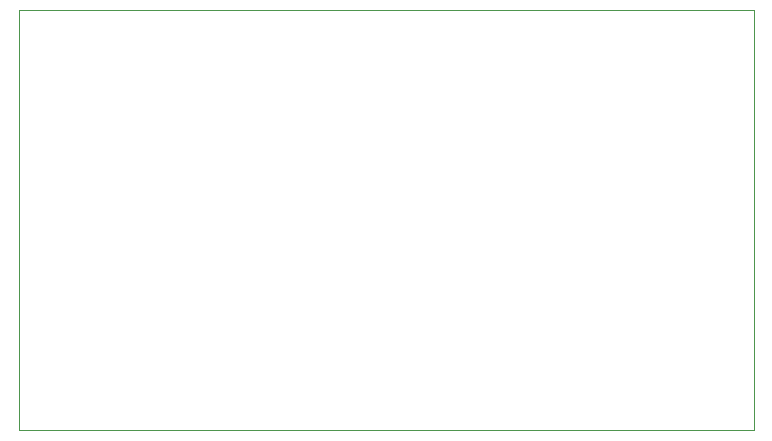
<source format=gm1>
%TF.GenerationSoftware,KiCad,Pcbnew,8.0.8*%
%TF.CreationDate,2025-02-03T23:06:03+05:30*%
%TF.ProjectId,pomodoro_timer,706f6d6f-646f-4726-9f5f-74696d65722e,rev?*%
%TF.SameCoordinates,Original*%
%TF.FileFunction,Profile,NP*%
%FSLAX46Y46*%
G04 Gerber Fmt 4.6, Leading zero omitted, Abs format (unit mm)*
G04 Created by KiCad (PCBNEW 8.0.8) date 2025-02-03 23:06:03*
%MOMM*%
%LPD*%
G01*
G04 APERTURE LIST*
%TA.AperFunction,Profile*%
%ADD10C,0.050000*%
%TD*%
G04 APERTURE END LIST*
D10*
X144780000Y-62230000D02*
X82550000Y-62230000D01*
X144780000Y-97790000D02*
X144780000Y-62230000D01*
X82550000Y-62230000D02*
X82550000Y-97790000D01*
X82550000Y-97790000D02*
X144780000Y-97790000D01*
M02*

</source>
